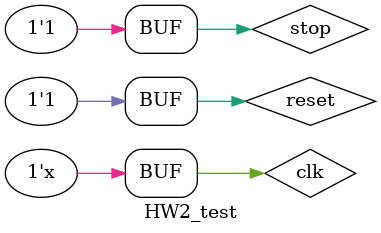
<source format=v>
`timescale 1ns/100ps
module HW2_test();
reg stop, clk, reset;
wire [3:0] I;

HW2 uut (
    .I(I),
    .stop(stop),
    .clk(clk),
    .reset(reset)//?需要括號?
    );

initial clk = 1'b0;
always #10 clk = ~clk;

initial begin
    // $sdf_annotate("HW2.sdf",my_alu);
    // $fsdbDumpfile("HW2.fsdb"); 
    // $fsdbDumpvars; 
    $dumpfile("HW2.vcd");
    $dumpvars;
    stop = 1'b0;
    reset = 1'b1;
    #180 stop = 1'b1;
end
endmodule
</source>
